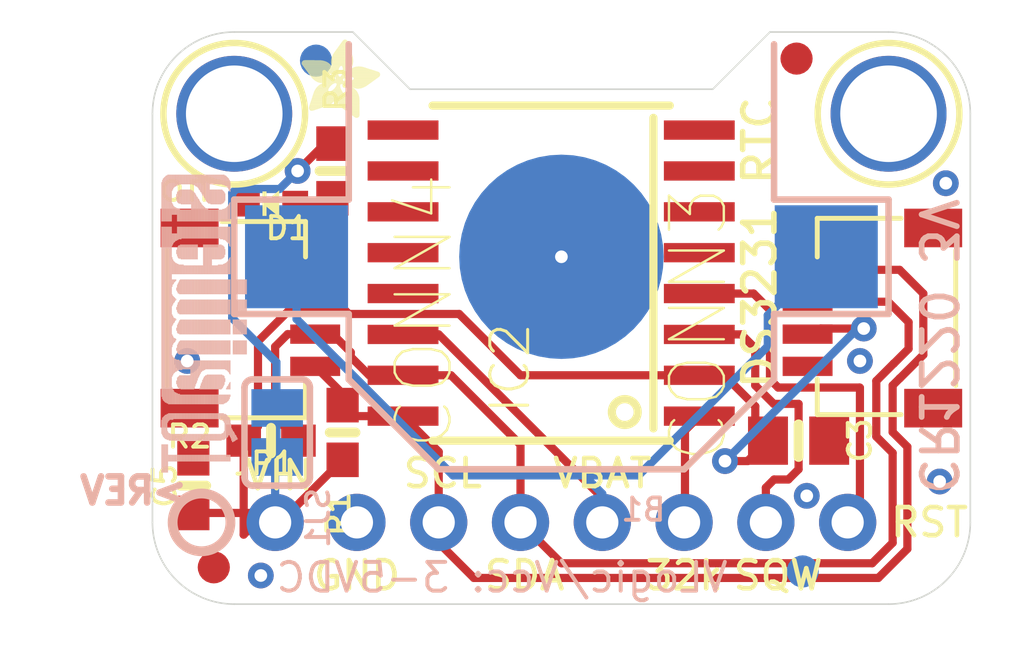
<source format=kicad_pcb>
(kicad_pcb (version 20211014) (generator pcbnew)
  (layers (0 "F.Cu" signal) (1 "In1.Cu" signal) (2 "In2.Cu" signal) (3 "In3.Cu" signal) (4 "In4.Cu" signal) (5 "In5.Cu" signal) (6 "In6.Cu" signal) (7 "In7.Cu" signal) (8 "In8.Cu" signal) (9 "In9.Cu" signal) (10 "In10.Cu" signal) (11 "In11.Cu" signal) (12 "In12.Cu" signal) (13 "In13.Cu" signal) (14 "In14.Cu" signal) (31 "B.Cu" signal) (34 "B.Paste" user) (35 "F.Paste" user) (36 "B.SilkS" user "B.Silkscreen") (37 "F.SilkS" user "F.Silkscreen") (38 "B.Mask" user) (39 "F.Mask" user) (44 "Edge.Cuts" user))
  (net 0 "")
  (net 1 "GND")
  (net 2 "VCC")
  (net 3 "SDA")
  (net 4 "SCL")
  (net 5 "VBAT")
  (net 6 "SQW")
  (net 7 "N$4")
  (net 8 "32KHZ")
  (net 9 "~{RTC_RST}")
  (net 10 "N$1")
  (footprint "boardEagle:0603-NO" (layer "F.Cu") (at 141.3891 100.4316 90)
    (fp_text reference "R3" (at 1.778 0.127 90) (layer "F.SilkS") (effects (font (size 0.692831 0.692831) (thickness 0.119969)) (justify left)))
    (fp_text value "10k")
    (pad "1" smd rect (at -0.85 0 90) (size 1.075 1) (layers "F.Cu" "F.Paste" "F.Mask") (net 7 "N$4"))
    (pad "2" smd rect (at 0.85 0 90) (size 1.075 1) (layers "F.Cu" "F.Paste" "F.Mask") (net 10 "N$1"))
  )
  (footprint "boardEagle:ADAFRUIT_2.5MM" (layer "F.Cu") (at 140.4366 98.7806)
    (fp_text reference "U$1" hide)
    (fp_text value "" hide)
  )
  (footprint "boardEagle:JST_SH4" (layer "F.Cu") (at 158.6611 105.0036 90)
    (fp_text reference "CONN3" (at -4.6 -5.9 90) (layer "F.SilkS") (effects (font (size 1.703222 1.703222) (thickness 0.074778)) (justify left)))
    (fp_text value "STEMMA_I2C_QT" hide)
    (pad "1" smd rect (at -1.5 -2.514 180) (size 1.55 0.6) (layers "F.Cu" "F.Paste" "F.Mask") (net 1 "GND"))
    (pad "2" smd rect (at -0.5 -2.514 180) (size 1.55 0.6) (layers "F.Cu" "F.Paste" "F.Mask") (net 2 "VCC"))
    (pad "3" smd rect (at 0.5 -2.514 180) (size 1.55 0.6) (layers "F.Cu" "F.Paste" "F.Mask") (net 3 "SDA"))
    (pad "4" smd rect (at 1.5 -2.514 180) (size 1.55 0.6) (layers "F.Cu" "F.Paste" "F.Mask") (net 4 "SCL"))
    (pad "MT1" smd rect (at -2.8 1.386 180) (size 1.8 1.2) (layers "F.Cu" "F.Paste" "F.Mask") (net 1 "GND"))
    (pad "MT2" smd rect (at 2.8 1.386 180) (size 1.8 1.2) (layers "F.Cu" "F.Paste" "F.Mask") (net 1 "GND"))
  )
  (footprint "boardEagle:0603-NO" (layer "F.Cu") (at 141.7066 108.5596 -90)
    (fp_text reference "R1" (at 1.778 0.127 90) (layer "F.SilkS") (effects (font (size 0.692831 0.692831) (thickness 0.119969)) (justify right)))
    (fp_text value "10k")
    (pad "1" smd rect (at -0.85 0 270) (size 1.075 1) (layers "F.Cu" "F.Paste" "F.Mask") (net 4 "SCL"))
    (pad "2" smd rect (at 0.85 0 270) (size 1.075 1) (layers "F.Cu" "F.Paste" "F.Mask") (net 2 "VCC"))
  )
  (footprint "boardEagle:0603-NO" (layer "F.Cu") (at 137.0711 110.2106 90)
    (fp_text reference "C5" (at -0.762 -0.889 90) (layer "F.SilkS") (effects (font (size 0.692831 0.692831) (thickness 0.119969)) (justify left)))
    (fp_text value "0.1uF")
    (pad "1" smd rect (at -0.85 0 90) (size 1.075 1) (layers "F.Cu" "F.Paste" "F.Mask") (net 2 "VCC"))
    (pad "2" smd rect (at 0.85 0 90) (size 1.075 1) (layers "F.Cu" "F.Paste" "F.Mask") (net 1 "GND"))
  )
  (footprint "boardEagle:CHIPLED_0603_NOOUTLINE" (layer "F.Cu") (at 139.4841 101.4476 90)
    (fp_text reference "D1" (at -0.762 1.27) (layer "F.SilkS") (effects (font (size 0.692831 0.692831) (thickness 0.119969)) (justify right)))
    (fp_text value "GREEN")
    (pad "A" smd rect (at 0 0.75 90) (size 0.8 0.8) (layers "F.Cu" "F.Paste" "F.Mask") (net 7 "N$4"))
    (pad "C" smd rect (at 0 -0.75 90) (size 0.8 0.8) (layers "F.Cu" "F.Paste" "F.Mask") (net 1 "GND"))
  )
  (footprint "boardEagle:0805-NO" (layer "F.Cu") (at 155.8671 108.8136)
    (fp_text reference "C3" (at 1.905 -0.762 90) (layer "F.SilkS") (effects (font (size 0.692831 0.692831) (thickness 0.119969)) (justify right)))
    (fp_text value "10uF")
    (pad "1" smd rect (at -0.95 0) (size 1.24 1.5) (layers "F.Cu" "F.Paste" "F.Mask") (net 2 "VCC"))
    (pad "2" smd rect (at 0.95 0) (size 1.24 1.5) (layers "F.Cu" "F.Paste" "F.Mask") (net 1 "GND"))
  )
  (footprint "boardEagle:SO16W" (layer "F.Cu") (at 148.1836 103.6066 90)
    (fp_text reference "IC2" (at -4.445 -1.27 90) (layer "F.SilkS") (effects (font (size 1.176528 1.176528) (thickness 0.093472)) (justify left)))
    (fp_text value "DS3231/SO")
    (pad "1" smd rect (at -4.445 4.6 90) (size 0.6 2.2) (layers "F.Cu" "F.Paste" "F.Mask") (net 8 "32KHZ"))
    (pad "2" smd rect (at -3.175 4.6 90) (size 0.6 2.2) (layers "F.Cu" "F.Paste" "F.Mask") (net 2 "VCC"))
    (pad "3" smd rect (at -1.905 4.6 90) (size 0.6 2.2) (layers "F.Cu" "F.Paste" "F.Mask") (net 6 "SQW"))
    (pad "4" smd rect (at -0.635 4.6 90) (size 0.6 2.2) (layers "F.Cu" "F.Paste" "F.Mask") (net 9 "~{RTC_RST}"))
    (pad "5" smd rect (at 0.635 4.6 90) (size 0.6 2.2) (layers "F.Cu" "F.Paste" "F.Mask") (net 1 "GND"))
    (pad "6" smd rect (at 1.905 4.6 90) (size 0.6 2.2) (layers "F.Cu" "F.Paste" "F.Mask") (net 1 "GND"))
    (pad "7" smd rect (at 3.175 4.6 90) (size 0.6 2.2) (layers "F.Cu" "F.Paste" "F.Mask") (net 1 "GND"))
    (pad "8" smd rect (at 4.445 4.6 90) (size 0.6 2.2) (layers "F.Cu" "F.Paste" "F.Mask") (net 1 "GND"))
    (pad "9" smd rect (at 4.445 -4.6 90) (size 0.6 2.2) (layers "F.Cu" "F.Paste" "F.Mask") (net 1 "GND"))
    (pad "10" smd rect (at 3.175 -4.6 90) (size 0.6 2.2) (layers "F.Cu" "F.Paste" "F.Mask") (net 1 "GND"))
    (pad "11" smd rect (at 1.905 -4.6 90) (size 0.6 2.2) (layers "F.Cu" "F.Paste" "F.Mask") (net 1 "GND"))
    (pad "12" smd rect (at 0.635 -4.6 90) (size 0.6 2.2) (layers "F.Cu" "F.Paste" "F.Mask") (net 1 "GND"))
    (pad "13" smd rect (at -0.635 -4.6 90) (size 0.6 2.2) (layers "F.Cu" "F.Paste" "F.Mask") (net 1 "GND"))
    (pad "14" smd rect (at -1.905 -4.6 90) (size 0.6 2.2) (layers "F.Cu" "F.Paste" "F.Mask") (net 5 "VBAT"))
    (pad "15" smd rect (at -3.175 -4.6 90) (size 0.6 2.2) (layers "F.Cu" "F.Paste" "F.Mask") (net 3 "SDA"))
    (pad "16" smd rect (at -4.445 -4.6 90) (size 0.6 2.2) (layers "F.Cu" "F.Paste" "F.Mask") (net 4 "SCL"))
  )
  (footprint "boardEagle:MOUNTINGHOLE_3.0_PLATEDTHIN" (layer "F.Cu") (at 138.3411 98.6536)
    (fp_text reference "U$9" hide)
    (fp_text value "MOUNTINGHOLE3.0THIN" hide)
    (pad "P$1" thru_hole circle (at 0 0) (size 3.6 3.6) (drill 3) (layers *.Cu *.Mask))
  )
  (footprint "boardEagle:FIDUCIAL_1MM" (layer "F.Cu") (at 155.8036 96.9391)
    (fp_text reference "FID3" hide)
    (fp_text value "FIDUCIAL_1MM" hide)
    (pad "1" smd roundrect (at 0 0) (size 1 1) (layers "F.Cu" "F.Mask") (roundrect_rratio 0.5))
  )
  (footprint "boardEagle:MOUNTINGHOLE_3.0_PLATEDTHIN" (layer "F.Cu") (at 158.6611 98.6536)
    (fp_text reference "U$17" hide)
    (fp_text value "MOUNTINGHOLE3.0THIN" hide)
    (pad "P$1" thru_hole circle (at 0 0) (size 3.6 3.6) (drill 3) (layers *.Cu *.Mask))
  )
  (footprint "boardEagle:0603-NO" (layer "F.Cu") (at 139.4841 108.8136 180)
    (fp_text reference "R2" (at 1.778 0.127) (layer "F.SilkS") (effects (font (size 0.692831 0.692831) (thickness 0.119969)) (justify right)))
    (fp_text value "10k")
    (pad "1" smd rect (at -0.85 0 180) (size 1.075 1) (layers "F.Cu" "F.Paste" "F.Mask") (net 3 "SDA"))
    (pad "2" smd rect (at 0.85 0 180) (size 1.075 1) (layers "F.Cu" "F.Paste" "F.Mask") (net 2 "VCC"))
  )
  (footprint "boardEagle:FIDUCIAL_1MM" (layer "F.Cu") (at 137.7061 112.7506)
    (fp_text reference "FID4" hide)
    (fp_text value "FIDUCIAL_1MM" hide)
    (pad "1" smd roundrect (at 0 0) (size 1 1) (layers "F.Cu" "F.Mask") (roundrect_rratio 0.5))
  )
  (footprint "boardEagle:1X08_ROUND_70" (layer "F.Cu") (at 148.5011 111.3536)
    (fp_text reference "JP1" (at -10.2362 -1.8288) (layer "F.SilkS") (effects (font (size 0.692831 0.692831) (thickness 0.119969)) (justify left)))
    (fp_text value "")
    (pad "1" thru_hole circle (at -8.89 0 90) (size 1.778 1.778) (drill 1) (layers *.Cu *.Mask) (net 2 "VCC"))
    (pad "2" thru_hole circle (at -6.35 0 90) (size 1.778 1.778) (drill 1) (layers *.Cu *.Mask) (net 1 "GND"))
    (pad "3" thru_hole circle (at -3.81 0 90) (size 1.778 1.778) (drill 1) (layers *.Cu *.Mask) (net 4 "SCL"))
    (pad "4" thru_hole circle (at -1.27 0 90) (size 1.778 1.778) (drill 1) (layers *.Cu *.Mask) (net 3 "SDA"))
    (pad "5" thru_hole circle (at 1.27 0 90) (size 1.778 1.778) (drill 1) (layers *.Cu *.Mask) (net 5 "VBAT"))
    (pad "6" thru_hole circle (at 3.81 0 90) (size 1.778 1.778) (drill 1) (layers *.Cu *.Mask) (net 8 "32KHZ"))
    (pad "7" thru_hole circle (at 6.35 0 90) (size 1.778 1.778) (drill 1) (layers *.Cu *.Mask) (net 6 "SQW"))
    (pad "8" thru_hole circle (at 8.89 0 90) (size 1.778 1.778) (drill 1) (layers *.Cu *.Mask) (net 9 "~{RTC_RST}"))
  )
  (footprint "boardEagle:JST_SH4" (layer "F.Cu") (at 138.3411 105.0036 -90)
    (fp_text reference "CONN4" (at -4.6 -5.9 90) (layer "F.SilkS") (effects (font (size 1.703222 1.703222) (thickness 0.074778)) (justify right)))
    (fp_text value "STEMMA_I2C_QT" hide)
    (pad "1" smd rect (at -1.5 -2.514) (size 1.55 0.6) (layers "F.Cu" "F.Paste" "F.Mask") (net 1 "GND"))
    (pad "2" smd rect (at -0.5 -2.514) (size 1.55 0.6) (layers "F.Cu" "F.Paste" "F.Mask") (net 2 "VCC"))
    (pad "3" smd rect (at 0.5 -2.514) (size 1.55 0.6) (layers "F.Cu" "F.Paste" "F.Mask") (net 3 "SDA"))
    (pad "4" smd rect (at 1.5 -2.514) (size 1.55 0.6) (layers "F.Cu" "F.Paste" "F.Mask") (net 4 "SCL"))
    (pad "MT1" smd rect (at -2.8 1.386) (size 1.8 1.2) (layers "F.Cu" "F.Paste" "F.Mask") (net 1 "GND"))
    (pad "MT2" smd rect (at 2.8 1.386) (size 1.8 1.2) (layers "F.Cu" "F.Paste" "F.Mask") (net 1 "GND"))
  )
  (footprint "boardEagle:SOLDERJUMPER_CLOSEDWIRE" (layer "B.Cu") (at 139.6746 108.5596 90)
    (fp_text reference "SJ1" (at -1.651 1.27 90) (layer "B.SilkS") (effects (font (size 0.692831 0.692831) (thickness 0.119969)) (justify left mirror)))
    (fp_text value "")
    (pad "1" smd rect (at -0.762 0 90) (size 1.1684 1.6002) (layers "B.Cu") (net 2 "VCC"))
    (pad "2" smd rect (at 0.762 0 90) (size 1.1684 1.6002) (layers "B.Cu") (net 10 "N$1"))
    (pad "WIRE" smd rect (at 0 0 270) (size 0.635 0.2032) (layers "B.Cu"))
  )
  (footprint "boardEagle:CR1220" (layer "B.Cu") (at 148.5011 103.0986 180)
    (fp_text reference "B1" (at -3.302 -7.86) (layer "B.SilkS") (effects (font (size 0.692831 0.692831) (thickness 0.119969)) (justify left mirror)))
    (fp_text value "CR1220")
    (pad "+$1" smd rect (at -8.2254 0 180) (size 3.2 3.2) (layers "B.Cu" "B.Paste" "B.Mask") (net 5 "VBAT"))
    (pad "+$2" smd rect (at 8.2254 0 180) (size 3.2 3.2) (layers "B.Cu" "B.Paste" "B.Mask") (net 5 "VBAT"))
    (pad "-" smd roundrect (at 0 0 180) (size 6.35 6.35) (layers "B.Cu" "B.Mask") (roundrect_rratio 0.5) (net 1 "GND"))
  )
  (footprint "boardEagle:PCBFEAT-REV-040" (layer "B.Cu") (at 137.3251 111.3536)
    (fp_text reference "U$25" hide)
    (fp_text value "" hide)
    (fp_text user ">REV" (at -0.3556 -0.508 180) (layer "B.SilkS") (effects (font (size 0.8128 0.8128) (thickness 0.2032)) (justify left bottom mirror)))
  )
  (footprint "boardEagle:FIDUCIAL_1MM" (layer "B.Cu") (at 155.9941 112.8776 180)
    (fp_text reference "FID2" hide)
    (fp_text value "FIDUCIAL_1MM" hide)
    (pad "1" smd roundrect (at 0 0 180) (size 1 1) (layers "B.Cu" "B.Mask") (roundrect_rratio 0.5))
  )
  (footprint "boardEagle:STEMMAQT" (layer "B.Cu") (at 138.7221 100.5586 -90)
    (fp_text reference "U$31" hide)
    (fp_text value "" hide)
  )
  (footprint "boardEagle:FIDUCIAL_1MM" (layer "B.Cu") (at 140.8811 97.0026 180)
    (fp_text reference "FID1" hide)
    (fp_text value "FIDUCIAL_1MM" hide)
    (pad "1" smd roundrect (at 0 0 180) (size 1 1) (layers "B.Cu" "B.Mask") (roundrect_rratio 0.5))
  )
  (gr_line (start 153.2001 97.8916) (end 143.8021 97.8916) (layer "Edge.Cuts") (width 0.05))
  (gr_line (start 154.9781 96.1136) (end 153.2001 97.8916) (layer "Edge.Cuts") (width 0.05))
  (gr_line (start 138.3411 113.8936) (end 158.6611 113.8936) (layer "Edge.Cuts") (width 0.05))
  (gr_line (start 142.0241 96.1136) (end 138.3411 96.1136) (layer "Edge.Cuts") (width 0.05))
  (gr_line (start 135.8011 98.6536) (end 135.8011 111.3536) (layer "Edge.Cuts") (width 0.05))
  (gr_line (start 143.8021 97.8916) (end 142.0241 96.1136) (layer "Edge.Cuts") (width 0.05))
  (gr_arc (start 161.2011 111.3536) (mid 160.457151 113.149651) (end 158.6611 113.8936) (layer "Edge.Cuts") (width 0.05))
  (gr_arc (start 138.3411 113.8936) (mid 136.545049 113.149651) (end 135.8011 111.3536) (layer "Edge.Cuts") (width 0.05))
  (gr_line (start 161.2011 111.3536) (end 161.2011 98.6536) (layer "Edge.Cuts") (width 0.05))
  (gr_arc (start 135.8011 98.6536) (mid 136.545049 96.857549) (end 138.3411 96.1136) (layer "Edge.Cuts") (width 0.05))
  (gr_arc (start 158.6611 96.1136) (mid 160.457151 96.857549) (end 161.2011 98.6536) (layer "Edge.Cuts") (width 0.05))
  (gr_line (start 158.6611 96.1136) (end 154.9781 96.1136) (layer "Edge.Cuts") (width 0.05))
  (gr_text "CR1220 3V" (at 160.1851 105.8926 -90) (layer "B.SilkS") (effects (font (size 1.0922 1.0922) (thickness 0.1778)) (justify mirror)))
  (gr_text "VLogic/Vcc: 3-5VDC" (at 146.6596 113.0681) (layer "B.SilkS") (effects (font (size 0.89408 0.89408) (thickness 0.12192)) (justify mirror)))
  (gr_text "SCL" (at 144.8181 109.8296) (layer "F.SilkS") (effects (font (size 0.87376 0.87376) (thickness 0.14224))))
  (gr_text "on" (at 135.9281 101.4476) (layer "F.SilkS") (effects (font (size 0.89408 0.89408) (thickness 0.12192)) (justify left bottom)))
  (gr_text "DS3231 RTC" (at 154.6606 102.6541 90) (layer "F.SilkS") (effects (font (size 0.97155 0.97155) (thickness 0.17145))))
  (gr_text "GND" (at 142.1511 113.0046) (layer "F.SilkS") (effects (font (size 0.87376 0.87376) (thickness 0.14224))))
  (gr_text "VIN" (at 139.7381 109.8931) (layer "F.SilkS") (effects (font (size 0.87376 0.87376) (thickness 0.14224))))
  (gr_text "SQW" (at 155.2321 113.0046) (layer "F.SilkS") (effects (font (size 0.87376 0.87376) (thickness 0.14224))))
  (gr_text "VBAT" (at 149.7711 109.8296) (layer "F.SilkS") (effects (font (size 0.87376 0.87376) (thickness 0.14224))))
  (gr_text "32k" (at 152.3111 113.0046) (layer "F.SilkS") (effects (font (size 0.87376 0.87376) (thickness 0.14224))))
  (gr_text "RST" (at 159.9311 111.3536) (layer "F.SilkS") (effects (font (size 0.87376 0.87376) (thickness 0.14224))))
  (gr_text "SDA" (at 147.3581 113.0046) (layer "F.SilkS") (effects (font (size 0.87376 0.87376) (thickness 0.14224))))
  (via (at 156.1211 110.5281) (size 0.8001) (drill 0.3937) (layers "F.Cu" "B.Cu") (net 1))
  (via (at 160.4391 100.8126) (size 0.8001) (drill 0.3937) (layers "F.Cu" "B.Cu") (net 1))
  (via (at 157.7721 106.3371) (size 0.8001) (drill 0.3937) (layers "F.Cu" "B.Cu") (net 1))
  (via (at 160.2486 110.0836) (size 0.8001) (drill 0.3937) (layers "F.Cu" "B.Cu") (net 1))
  (via (at 136.8806 106.3371) (size 0.8001) (drill 0.3937) (layers "F.Cu" "B.Cu") (net 1))
  (via (at 148.5011 103.0986) (size 0.8001) (drill 0.3937) (layers "F.Cu" "B.Cu") (net 1))
  (via (at 139.1666 113.0046) (size 0.8001) (drill 0.3937) (layers "F.Cu" "B.Cu") (net 1))
  (segment (start 138.6341 108.8136) (end 138.6341 111.7346) (width 0.254) (layer "F.Cu") (net 2))
  (segment (start 152.7836 106.7816) (end 147.2311 106.7816) (width 0.254) (layer "F.Cu") (net 2))
  (segment (start 141.7066 109.4096) (end 140.0311 111.0851) (width 0.254) (layer "F.Cu") (net 2))
  (segment (start 139.0786 105.7266) (end 140.3016 104.5036) (width 0.254) (layer "F.Cu") (net 2))
  (segment (start 156.1471 105.5036) (end 156.4306 105.5036) (width 0.254) (layer "F.Cu") (net 2))
  (segment (start 152.7836 106.7816) (end 153.557937 106.7816) (width 0.254) (layer "F.Cu") (net 2))
  (segment (start 145.3261 104.8766) (end 141.8971 104.8766) (width 0.254) (layer "F.Cu") (net 2))
  (segment (start 140.0311 111.0851) (end 140.0311 111.3536) (width 0.254) (layer "F.Cu") (net 2))
  (segment (start 156.557234 105.329466) (end 157.890734 105.329466) (width 0.254) (layer "F.Cu") (net 2))
  (segment (start 139.1226 111.2461) (end 138.6341 111.7346) (width 0.254) (layer "F.Cu") (net 2))
  (segment (start 139.2301 111.3536) (end 139.1226 111.2461) (width 0.254) (layer "F.Cu") (net 2))
  (segment (start 139.4841 111.3536) (end 139.2301 111.3536) (width 0.254) (layer "F.Cu") (net 2))
  (segment (start 139.1911 111.0606) (end 139.4841 111.3536) (width 0.254) (layer "F.Cu") (net 2))
  (segment (start 156.4306 105.5036) (end 156.40685 105.47985) (width 0.254) (layer "F.Cu") (net 2))
  (segment (start 139.0786 108.3691) (end 138.6341 108.8136) (width 0.254) (layer "F.Cu") (net 2))
  (segment (start 140.3016 104.5036) (end 140.8551 104.5036) (width 0.254) (layer "F.Cu") (net 2))
  (segment (start 140.0311 111.3536) (end 139.6111 111.3536) (width 0.254) (layer "F.Cu") (net 2))
  (segment (start 147.2311 106.7816) (end 145.3261 104.8766) (width 0.254) (layer "F.Cu") (net 2))
  (segment (start 139.0786 105.7266) (end 139.0786 108.3691) (width 0.254) (layer "F.Cu") (net 2))
  (segment (start 154.522018 108.761682) (end 154.4701 108.8136) (width 0.254) (layer "F.Cu") (net 2))
  (segment (start 141.8971 104.8766) (end 141.5241 104.5036) (width 0.254) (layer "F.Cu") (net 2))
  (segment (start 153.557937 106.7816) (end 154.522018 107.745682) (width 0.254) (layer "F.Cu") (net 2))
  (segment (start 141.5241 104.5036) (end 140.8551 104.5036) (width 0.254) (layer "F.Cu") (net 2))
  (segment (start 154.9171 108.8136) (end 154.2821 109.4486) (width 0.254) (layer "F.Cu") (net 2))
  (segment (start 137.0711 111.0606) (end 139.1911 111.0606) (width 0.254) (layer "F.Cu") (net 2))
  (segment (start 139.6111 111.3536) (end 139.4841 111.3536) (width 0.254) (layer "F.Cu") (net 2))
  (segment (start 154.522018 107.745682) (end 154.522018 108.761682) (width 0.254) (layer "F.Cu") (net 2))
  (segment (start 154.2821 109.4486) (end 153.5811 109.4486) (width 0.254) (layer "F.Cu") (net 2))
  (segment (start 154.9171 108.8136) (end 154.4701 108.8136) (width 0.254) (layer "F.Cu") (net 2))
  (segment (start 156.557234 105.329466) (end 156.40685 105.47985) (width 0.254) (layer "F.Cu") (net 2))
  (via (at 153.5811 109.4486) (size 0.8001) (drill 0.3937) (layers "F.Cu" "B.Cu") (net 2))
  (via (at 157.890734 105.329466) (size 0.8001) (drill 0.3937) (layers "F.Cu" "B.Cu") (net 2))
  (segment (start 139.6111 109.3851) (end 139.6111 111.3536) (width 0.254) (layer "B.Cu") (net 2))
  (segment (start 139.6746 109.3216) (end 139.6111 109.3851) (width 0.254) (layer "B.Cu") (net 2))
  (segment (start 157.700234 105.329466) (end 153.5811 109.4486) (width 0.254) (layer "B.Cu") (net 2))
  (segment (start 157.890734 105.329466) (end 157.700234 105.329466) (width 0.254) (layer "B.Cu") (net 2))
  (segment (start 159.2834 105.1306) (end 158.6484 104.4956) (width 0.254) (layer "F.Cu") (net 3))
  (segment (start 156.1551 104.4956) (end 156.1471 104.5036) (width 0.254) (layer "F.Cu") (net 3))
  (segment (start 139.6111 105.8926) (end 139.6111 108.0906) (width 0.254) (layer "F.Cu") (net 3))
  (segment (start 158.6484 104.4956) (end 156.1551 104.4956) (width 0.254) (layer "F.Cu") (net 3))
  (segment (start 139.6111 105.8926) (end 140.0001 105.5036) (width 0.254) (layer "F.Cu") (net 3))
  (segment (start 148.5011 112.6236) (end 158.1531 112.6236) (width 0.254) (layer "F.Cu") (net 3))
  (segment (start 143.5836 106.7816) (end 145.0721 106.7816) (width 0.254) (layer "F.Cu") (net 3))
  (segment (start 141.9603 106.066825) (end 141.9603 106.2098) (width 0.254) (layer "F.Cu") (net 3))
  (segment (start 158.820943 106.4162) (end 158.824418 106.4162) (width 0.254) (layer "F.Cu") (net 3))
  (segment (start 147.2311 108.9406) (end 147.2311 111.3536) (width 0.254) (layer "F.Cu") (net 3))
  (segment (start 158.824418 106.4162) (end 159.2834 105.957219) (width 0.254) (layer "F.Cu") (net 3))
  (segment (start 140.0001 105.5036) (end 140.8551 105.5036) (width 0.254) (layer "F.Cu") (net 3))
  (segment (start 141.397075 105.5036) (end 141.9603 106.066825) (width 0.254) (layer "F.Cu") (net 3))
  (segment (start 158.2801 106.957044) (end 158.820943 106.4162) (width 0.254) (layer "F.Cu") (net 3))
  (segment (start 141.9603 106.2098) (end 142.5321 106.7816) (width 0.254) (layer "F.Cu") (net 3))
  (segment (start 158.1531 112.6236) (end 158.7881 111.9886) (width 0.254) (layer "F.Cu") (net 3))
  (segment (start 158.7881 109.1946) (end 158.2801 108.6866) (width 0.254) (layer "F.Cu") (net 3))
  (segment (start 158.7881 111.9886) (end 158.7881 109.1946) (width 0.254) (layer "F.Cu") (net 3))
  (segment (start 140.3341 108.8136) (end 139.6111 108.0906) (width 0.254) (layer "F.Cu") (net 3))
  (segment (start 145.0721 106.7816) (end 147.2311 108.9406) (width 0.254) (layer "F.Cu") (net 3))
  (segment (start 147.2311 111.3536) (end 148.5011 112.6236) (width 0.254) (layer "F.Cu") (net 3))
  (segment (start 159.2834 105.957219) (end 159.2834 105.1306) (width 0.254) (layer "F.Cu") (net 3))
  (segment (start 158.2801 108.6866) (end 158.2801 106.957044) (width 0.254) (layer "F.Cu") (net 3))
  (segment (start 142.5321 106.7816) (end 143.5836 106.7816) (width 0.254) (layer "F.Cu") (net 3))
  (segment (start 140.8551 105.5036) (end 141.397075 105.5036) (width 0.254) (layer "F.Cu") (net 3))
  (segment (start 144.6911 111.9886) (end 144.6911 111.3536) (width 0.254) (layer "F.Cu") (net 4))
  (segment (start 142.0486 108.0516) (end 141.7066 107.7096) (width 0.254) (layer "F.Cu") (net 4))
  (segment (start 159.7406 106.1466) (end 159.0138 106.8734) (width 0.254) (layer "F.Cu") (net 4))
  (segment (start 158.7881 108.548019) (end 159.2453 109.005219) (width 0.254) (layer "F.Cu") (net 4))
  (segment (start 141.7066 107.3551) (end 141.7066 107.7096) (width 0.254) (layer "F.Cu") (net 4))
  (segment (start 159.7406 104.2416) (end 159.7406 106.1466) (width 0.254) (layer "F.Cu") (net 4))
  (segment (start 159.0026 103.5036) (end 159.7406 104.2416) (width 0.254) (layer "F.Cu") (net 4))
  (segment (start 140.8551 106.5036) (end 141.7066 107.3551) (width 0.254) (layer "F.Cu") (net 4))
  (segment (start 144.6911 111.3536) (end 144.6911 109.1591) (width 0.254) (layer "F.Cu") (net 4))
  (segment (start 143.5836 108.0516) (end 142.0486 108.0516) (width 0.254) (layer "F.Cu") (net 4))
  (segment (start 159.010325 106.8734) (end 158.7881 107.095625) (width 0.254) (layer "F.Cu") (net 4))
  (segment (start 159.0138 106.8734) (end 159.010325 106.8734) (width 0.254) (layer "F.Cu") (net 4))
  (segment (start 145.7833 113.0808) (end 144.6911 111.9886) (width 0.254) (layer "F.Cu") (net 4))
  (segment (start 159.2453 112.177982) (end 158.342481 113.0808) (width 0.254) (layer "F.Cu") (net 4))
  (segment (start 144.6911 109.1591) (end 143.5836 108.0516) (width 0.254) (layer "F.Cu") (net 4))
  (segment (start 156.1471 103.5036) (end 159.0026 103.5036) (width 0.254) (layer "F.Cu") (net 4))
  (segment (start 159.2453 109.005219) (end 159.2453 112.177982) (width 0.254) (layer "F.Cu") (net 4))
  (segment (start 158.7881 107.095625) (end 158.7881 108.548019) (width 0.254) (layer "F.Cu") (net 4))
  (segment (start 158.342481 113.0808) (end 145.7833 113.0808) (width 0.254) (layer "F.Cu") (net 4))
  (segment (start 143.5836 105.5116) (end 144.6911 105.5116) (width 0.254) (layer "F.Cu") (net 5))
  (segment (start 149.7711 110.5916) (end 149.7711 111.3536) (width 0.254) (layer "F.Cu") (net 5))
  (segment (start 144.6911 105.5116) (end 149.7711 110.5916) (width 0.254) (layer "F.Cu") (net 5))
  (segment (start 145.1356 109.8931) (end 149.1996 109.8931) (width 0.254) (layer "B.Cu") (net 5))
  (segment (start 150.897462 109.8931) (end 149.1996 109.8931) (width 0.254) (layer "B.Cu") (net 5))
  (segment (start 154.910218 104.914882) (end 154.910218 105.880344) (width 0.254) (layer "B.Cu") (net 5))
  (segment (start 140.2757 103.0986) (end 140.2757 105.0332) (width 0.254) (layer "B.Cu") (net 5))
  (segment (start 140.2757 105.0332) (end 145.1356 109.8931) (width 0.254) (layer "B.Cu") (net 5))
  (segment (start 156.7265 103.0986) (end 154.910218 104.914882) (width 0.254) (layer "B.Cu") (net 5))
  (segment (start 149.7711 110.4646) (end 149.7711 111.3536) (width 0.254) (layer "B.Cu") (net 5))
  (segment (start 149.1996 109.8931) (end 149.7711 110.4646) (width 0.254) (layer "B.Cu") (net 5))
  (segment (start 154.910218 105.880344) (end 150.897462 109.8931) (width 0.254) (layer "B.Cu") (net 5))
  (segment (start 155.093518 107.6706) (end 155.8671 107.6706) (width 0.254) (layer "F.Cu") (net 6))
  (segment (start 154.0891 105.5116) (end 154.5209 105.9434) (width 0.254) (layer "F.Cu") (net 6))
  (segment (start 154.8511 110.2748) (end 155.1051 110.0208) (width 0.254) (layer "F.Cu") (net 6))
  (segment (start 154.5209 107.097982) (end 155.093518 107.6706) (width 0.254) (layer "F.Cu") (net 6))
  (segment (start 152.7836 105.5116) (end 154.0891 105.5116) (width 0.254) (layer "F.Cu") (net 6))
  (segment (start 155.5489 110.0208) (end 155.1051 110.0208) (width 0.254) (layer "F.Cu") (net 6))
  (segment (start 155.8671 107.6706) (end 155.8671 109.7026) (width 0.254) (layer "F.Cu") (net 6))
  (segment (start 154.8511 111.3536) (end 154.8511 110.2748) (width 0.254) (layer "F.Cu") (net 6))
  (segment (start 154.5209 105.9434) (end 154.5209 107.097982) (width 0.254) (layer "F.Cu") (net 6))
  (segment (start 155.8671 109.7026) (end 155.5489 110.0208) (width 0.254) (layer "F.Cu") (net 6))
  (segment (start 141.2231 101.4476) (end 141.3891 101.2816) (width 0.254) (layer "F.Cu") (net 7))
  (segment (start 140.2341 101.4476) (end 141.2231 101.4476) (width 0.254) (layer "F.Cu") (net 7))
  (segment (start 152.3391 111.3256) (end 152.3111 111.3536) (width 0.254) (layer "F.Cu") (net 8))
  (segment (start 152.3391 108.4961) (end 152.3391 111.3256) (width 0.254) (layer "F.Cu") (net 8))
  (segment (start 152.7836 108.0516) (end 152.3391 108.4961) (width 0.254) (layer "F.Cu") (net 8))
  (segment (start 157.7721 110.9726) (end 157.3911 111.3536) (width 0.254) (layer "F.Cu") (net 9))
  (segment (start 157.7721 107.169625) (end 157.765075 107.1626) (width 0.254) (layer "F.Cu") (net 9))
  (segment (start 157.7721 107.169625) (end 157.7721 110.9726) (width 0.254) (layer "F.Cu") (net 9))
  (segment (start 154.9781 106.9086) (end 155.2321 107.1626) (width 0.254) (layer "F.Cu") (net 9))
  (segment (start 154.4701 104.2416) (end 154.9781 104.7496) (width 0.254) (layer "F.Cu") (net 9))
  (segment (start 155.2321 107.1626) (end 157.765075 107.1626) (width 0.254) (layer "F.Cu") (net 9))
  (segment (start 154.9781 104.7496) (end 154.9781 106.9086) (width 0.254) (layer "F.Cu") (net 9))
  (segment (start 152.7836 104.2416) (end 154.4701 104.2416) (width 0.254) (layer "F.Cu") (net 9))
  (segment (start 141.1596 99.5816) (end 140.3096 100.4316) (width 0.254) (layer "F.Cu") (net 10))
  (segment (start 141.3891 99.5816) (end 141.1596 99.5816) (width 0.254) (layer "F.Cu") (net 10))
  (via (at 140.3096 100.4316) (size 0.8001) (drill 0.3937) (layers "F.Cu" "B.Cu") (net 10))
  (segment (start 138.2776 105.0036) (end 139.650787 106.376788) (width 0.254) (layer "B.Cu") (net 10))
  (segment (start 139.650787 106.376788) (end 139.650787 107.773788) (width 0.254) (layer "B.Cu") (net 10))
  (segment (start 139.650787 107.773788) (end 139.6746 107.7976) (width 0.254) (layer "B.Cu") (net 10))
  (segment (start 138.2776 101.1188) (end 138.2776 105.0036) (width 0.254) (layer "B.Cu") (net 10))
  (segment (start 138.4046 100.9918) (end 138.2776 101.1188) (width 0.254) (layer "B.Cu") (net 10))
  (segment (start 140.3096 100.4316) (end 139.7494 100.9918) (width 0.254) (layer "B.Cu") (net 10))
  (segment (start 139.7494 100.9918) (end 138.4046 100.9918) (width 0.254) (layer "B.Cu") (net 10))
)
</source>
